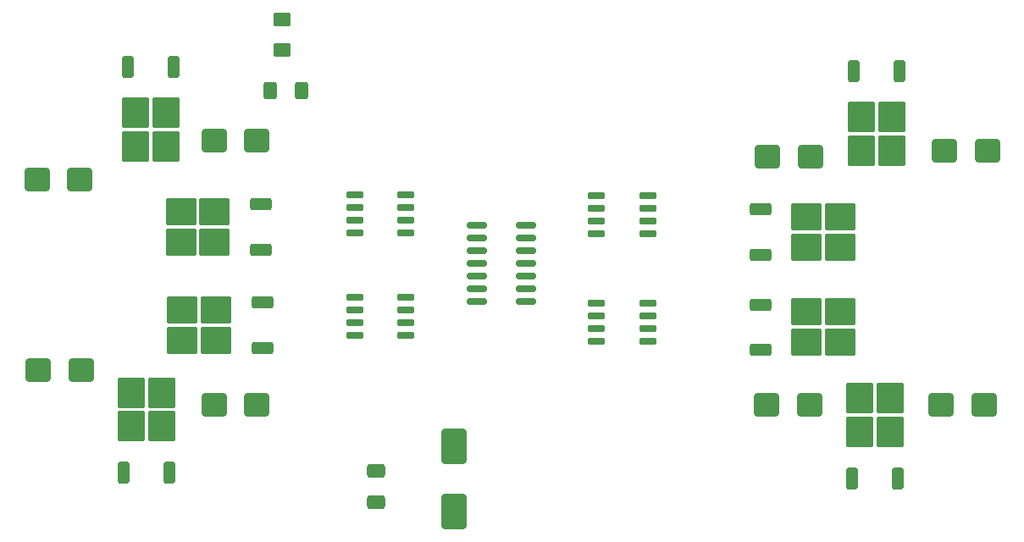
<source format=gtp>
%TF.GenerationSoftware,KiCad,Pcbnew,8.0.5*%
%TF.CreationDate,2024-09-22T23:26:16-04:00*%
%TF.ProjectId,DualHbridgeDaughterboardDesign,4475616c-4862-4726-9964-676544617567,rev?*%
%TF.SameCoordinates,Original*%
%TF.FileFunction,Paste,Top*%
%TF.FilePolarity,Positive*%
%FSLAX46Y46*%
G04 Gerber Fmt 4.6, Leading zero omitted, Abs format (unit mm)*
G04 Created by KiCad (PCBNEW 8.0.5) date 2024-09-22 23:26:16*
%MOMM*%
%LPD*%
G01*
G04 APERTURE LIST*
G04 Aperture macros list*
%AMRoundRect*
0 Rectangle with rounded corners*
0 $1 Rounding radius*
0 $2 $3 $4 $5 $6 $7 $8 $9 X,Y pos of 4 corners*
0 Add a 4 corners polygon primitive as box body*
4,1,4,$2,$3,$4,$5,$6,$7,$8,$9,$2,$3,0*
0 Add four circle primitives for the rounded corners*
1,1,$1+$1,$2,$3*
1,1,$1+$1,$4,$5*
1,1,$1+$1,$6,$7*
1,1,$1+$1,$8,$9*
0 Add four rect primitives between the rounded corners*
20,1,$1+$1,$2,$3,$4,$5,0*
20,1,$1+$1,$4,$5,$6,$7,0*
20,1,$1+$1,$6,$7,$8,$9,0*
20,1,$1+$1,$8,$9,$2,$3,0*%
G04 Aperture macros list end*
%ADD10RoundRect,0.250000X1.000000X0.900000X-1.000000X0.900000X-1.000000X-0.900000X1.000000X-0.900000X0*%
%ADD11RoundRect,0.250000X-1.000000X-0.900000X1.000000X-0.900000X1.000000X0.900000X-1.000000X0.900000X0*%
%ADD12RoundRect,0.250001X-0.624999X0.462499X-0.624999X-0.462499X0.624999X-0.462499X0.624999X0.462499X0*%
%ADD13RoundRect,0.250000X0.850000X0.350000X-0.850000X0.350000X-0.850000X-0.350000X0.850000X-0.350000X0*%
%ADD14RoundRect,0.250000X1.275000X1.125000X-1.275000X1.125000X-1.275000X-1.125000X1.275000X-1.125000X0*%
%ADD15RoundRect,0.250000X0.350000X-0.850000X0.350000X0.850000X-0.350000X0.850000X-0.350000X-0.850000X0*%
%ADD16RoundRect,0.250000X1.125000X-1.275000X1.125000X1.275000X-1.125000X1.275000X-1.125000X-1.275000X0*%
%ADD17RoundRect,0.150000X-0.725000X-0.150000X0.725000X-0.150000X0.725000X0.150000X-0.725000X0.150000X0*%
%ADD18RoundRect,0.250000X0.400000X0.625000X-0.400000X0.625000X-0.400000X-0.625000X0.400000X-0.625000X0*%
%ADD19RoundRect,0.150000X0.725000X0.150000X-0.725000X0.150000X-0.725000X-0.150000X0.725000X-0.150000X0*%
%ADD20RoundRect,0.250000X-0.850000X-0.350000X0.850000X-0.350000X0.850000X0.350000X-0.850000X0.350000X0*%
%ADD21RoundRect,0.250000X-1.275000X-1.125000X1.275000X-1.125000X1.275000X1.125000X-1.275000X1.125000X0*%
%ADD22RoundRect,0.150000X-0.825000X-0.150000X0.825000X-0.150000X0.825000X0.150000X-0.825000X0.150000X0*%
%ADD23RoundRect,0.250000X-1.000000X1.500000X-1.000000X-1.500000X1.000000X-1.500000X1.000000X1.500000X0*%
%ADD24RoundRect,0.250000X-0.350000X0.850000X-0.350000X-0.850000X0.350000X-0.850000X0.350000X0.850000X0*%
%ADD25RoundRect,0.250000X-1.125000X1.275000X-1.125000X-1.275000X1.125000X-1.275000X1.125000X1.275000X0*%
%ADD26RoundRect,0.250000X-0.650000X0.412500X-0.650000X-0.412500X0.650000X-0.412500X0.650000X0.412500X0*%
G04 APERTURE END LIST*
D10*
%TO.C,D4*%
X80527500Y-108327500D03*
X76227500Y-108327500D03*
%TD*%
D11*
%TO.C,D7*%
X149050000Y-111800000D03*
X153350000Y-111800000D03*
%TD*%
D10*
%TO.C,D3*%
X98100000Y-111800000D03*
X93800000Y-111800000D03*
%TD*%
D12*
%TO.C,D9*%
X100577500Y-73335000D03*
X100577500Y-76310000D03*
%TD*%
D13*
%TO.C,Q2*%
X98625000Y-106155000D03*
D14*
X94000000Y-105400000D03*
X94000000Y-102350000D03*
X90650000Y-105400000D03*
X90650000Y-102350000D03*
D13*
X98625000Y-101595000D03*
%TD*%
D15*
%TO.C,Q8*%
X157570000Y-119150000D03*
D16*
X158325000Y-114525000D03*
X161375000Y-114525000D03*
X158325000Y-111175000D03*
X161375000Y-111175000D03*
D15*
X162130000Y-119150000D03*
%TD*%
D13*
%TO.C,Q1*%
X98482500Y-96355000D03*
D14*
X93857500Y-95600000D03*
X93857500Y-92550000D03*
X90507500Y-95600000D03*
X90507500Y-92550000D03*
D13*
X98482500Y-91795000D03*
%TD*%
D17*
%TO.C,U5*%
X132050000Y-90940000D03*
X132050000Y-92210000D03*
X132050000Y-93480000D03*
X132050000Y-94750000D03*
X137200000Y-94750000D03*
X137200000Y-93480000D03*
X137200000Y-92210000D03*
X137200000Y-90940000D03*
%TD*%
D18*
%TO.C,R1*%
X102550000Y-80400000D03*
X99450000Y-80400000D03*
%TD*%
D19*
%TO.C,U1*%
X113000000Y-94600000D03*
X113000000Y-93330000D03*
X113000000Y-92060000D03*
X113000000Y-90790000D03*
X107850000Y-90790000D03*
X107850000Y-92060000D03*
X107850000Y-93330000D03*
X107850000Y-94600000D03*
%TD*%
D20*
%TO.C,Q7*%
X148425000Y-101795000D03*
D21*
X153050000Y-102550000D03*
X153050000Y-105600000D03*
X156400000Y-102550000D03*
X156400000Y-105600000D03*
D20*
X148425000Y-106355000D03*
%TD*%
D11*
%TO.C,D6*%
X166800000Y-86400000D03*
X171100000Y-86400000D03*
%TD*%
D10*
%TO.C,D1*%
X98100000Y-85400000D03*
X93800000Y-85400000D03*
%TD*%
D22*
%TO.C,U3*%
X120050000Y-93880000D03*
X120050000Y-95150000D03*
X120050000Y-96420000D03*
X120050000Y-97690000D03*
X120050000Y-98960000D03*
X120050000Y-100230000D03*
X120050000Y-101500000D03*
X125000000Y-101500000D03*
X125000000Y-100230000D03*
X125000000Y-98960000D03*
X125000000Y-97690000D03*
X125000000Y-96420000D03*
X125000000Y-95150000D03*
X125000000Y-93880000D03*
%TD*%
D10*
%TO.C,D2*%
X80400000Y-89272500D03*
X76100000Y-89272500D03*
%TD*%
D15*
%TO.C,Q4*%
X84795000Y-118600000D03*
D16*
X85550000Y-113975000D03*
X88600000Y-113975000D03*
X85550000Y-110625000D03*
X88600000Y-110625000D03*
D15*
X89355000Y-118600000D03*
%TD*%
D23*
%TO.C,C1*%
X117800000Y-116000000D03*
X117800000Y-122500000D03*
%TD*%
D11*
%TO.C,D5*%
X149100000Y-87000000D03*
X153400000Y-87000000D03*
%TD*%
D24*
%TO.C,Q6*%
X162355000Y-78425000D03*
D25*
X161600000Y-83050000D03*
X158550000Y-83050000D03*
X161600000Y-86400000D03*
X158550000Y-86400000D03*
D24*
X157795000Y-78425000D03*
%TD*%
%TO.C,Q3*%
X89755000Y-78025000D03*
D25*
X89000000Y-82650000D03*
X85950000Y-82650000D03*
X89000000Y-86000000D03*
X85950000Y-86000000D03*
D24*
X85195000Y-78025000D03*
%TD*%
D19*
%TO.C,U2*%
X113000000Y-104870000D03*
X113000000Y-103600000D03*
X113000000Y-102330000D03*
X113000000Y-101060000D03*
X107850000Y-101060000D03*
X107850000Y-102330000D03*
X107850000Y-103600000D03*
X107850000Y-104870000D03*
%TD*%
D26*
%TO.C,C2*%
X109982000Y-118452500D03*
X109982000Y-121577500D03*
%TD*%
D11*
%TO.C,D8*%
X166500000Y-111800000D03*
X170800000Y-111800000D03*
%TD*%
D17*
%TO.C,U6*%
X132050000Y-101690000D03*
X132050000Y-102960000D03*
X132050000Y-104230000D03*
X132050000Y-105500000D03*
X137200000Y-105500000D03*
X137200000Y-104230000D03*
X137200000Y-102960000D03*
X137200000Y-101690000D03*
%TD*%
D20*
%TO.C,Q5*%
X148425000Y-92295000D03*
D21*
X153050000Y-93050000D03*
X153050000Y-96100000D03*
X156400000Y-93050000D03*
X156400000Y-96100000D03*
D20*
X148425000Y-96855000D03*
%TD*%
M02*

</source>
